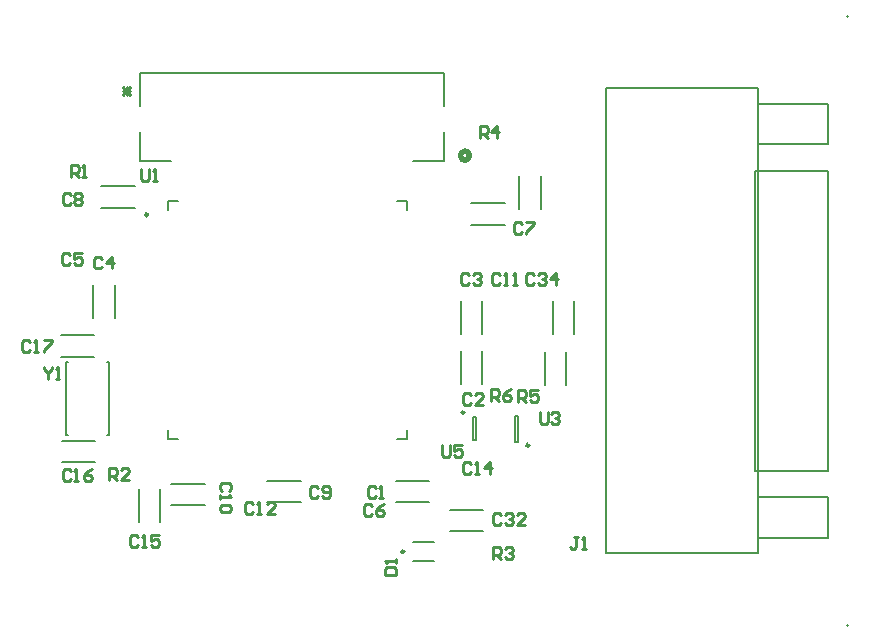
<source format=gbr>
G04*
G04 #@! TF.GenerationSoftware,Altium Limited,Altium Designer,25.1.2 (22)*
G04*
G04 Layer_Color=65535*
%FSLAX25Y25*%
%MOIN*%
G70*
G04*
G04 #@! TF.SameCoordinates,E7EE586C-05D5-46D5-8D4D-84EA4DFC6535*
G04*
G04*
G04 #@! TF.FilePolarity,Positive*
G04*
G01*
G75*
%ADD10C,0.00984*%
%ADD11C,0.02000*%
%ADD12C,0.01000*%
%ADD13C,0.00600*%
%ADD14C,0.00787*%
D10*
X517102Y299500D02*
G03*
X517102Y299500I-492J0D01*
G01*
X558724Y334966D02*
G03*
X558724Y334966I-492J0D01*
G01*
X537153Y345913D02*
G03*
X537153Y345913I-492J0D01*
G01*
X431653Y411820D02*
G03*
X431653Y411820I-492J0D01*
G01*
D11*
X538812Y431500D02*
G03*
X538812Y431500I-1500J0D01*
G01*
D12*
X664495Y478005D02*
X664500Y478000D01*
X664495Y274995D02*
X664500Y275000D01*
X575000Y304468D02*
X573688D01*
X574344D01*
Y301188D01*
X573688Y300532D01*
X573032D01*
X572376Y301188D01*
X576312Y300532D02*
X577624D01*
X576968D01*
Y304468D01*
X576312Y303812D01*
X529720Y334968D02*
Y331688D01*
X530376Y331032D01*
X531688D01*
X532344Y331688D01*
Y334968D01*
X536280D02*
X533656D01*
Y333000D01*
X534968Y333656D01*
X535624D01*
X536280Y333000D01*
Y331688D01*
X535624Y331032D01*
X534312D01*
X533656Y331688D01*
X562220Y346028D02*
Y342748D01*
X562876Y342093D01*
X564188D01*
X564844Y342748D01*
Y346028D01*
X566156Y345372D02*
X566812Y346028D01*
X568124D01*
X568780Y345372D01*
Y344716D01*
X568124Y344060D01*
X567468D01*
X568124D01*
X568780Y343405D01*
Y342748D01*
X568124Y342093D01*
X566812D01*
X566156Y342748D01*
X545940Y349710D02*
Y353646D01*
X547908D01*
X548564Y352990D01*
Y351678D01*
X547908Y351022D01*
X545940D01*
X547252D02*
X548564Y349710D01*
X552500Y353646D02*
X551188Y352990D01*
X549876Y351678D01*
Y350366D01*
X550532Y349710D01*
X551844D01*
X552500Y350366D01*
Y351022D01*
X551844Y351678D01*
X549876D01*
X554976Y349396D02*
Y353331D01*
X556944D01*
X557600Y352676D01*
Y351364D01*
X556944Y350708D01*
X554976D01*
X556288D02*
X557600Y349396D01*
X561536Y353331D02*
X558912D01*
Y351364D01*
X560224Y352020D01*
X560880D01*
X561536Y351364D01*
Y350052D01*
X560880Y349396D01*
X559568D01*
X558912Y350052D01*
X560376Y391812D02*
X559720Y392468D01*
X558408D01*
X557752Y391812D01*
Y389188D01*
X558408Y388532D01*
X559720D01*
X560376Y389188D01*
X561688Y391812D02*
X562344Y392468D01*
X563656D01*
X564312Y391812D01*
Y391156D01*
X563656Y390500D01*
X563000D01*
X563656D01*
X564312Y389844D01*
Y389188D01*
X563656Y388532D01*
X562344D01*
X561688Y389188D01*
X567592Y388532D02*
Y392468D01*
X565624Y390500D01*
X568248D01*
X549376Y311812D02*
X548720Y312468D01*
X547408D01*
X546752Y311812D01*
Y309188D01*
X547408Y308532D01*
X548720D01*
X549376Y309188D01*
X550688Y311812D02*
X551344Y312468D01*
X552656D01*
X553312Y311812D01*
Y311156D01*
X552656Y310500D01*
X552000D01*
X552656D01*
X553312Y309844D01*
Y309188D01*
X552656Y308532D01*
X551344D01*
X550688Y309188D01*
X557248Y308532D02*
X554624D01*
X557248Y311156D01*
Y311812D01*
X556592Y312468D01*
X555280D01*
X554624Y311812D01*
X542220Y437532D02*
Y441468D01*
X544188D01*
X544844Y440812D01*
Y439500D01*
X544188Y438844D01*
X542220D01*
X543532D02*
X544844Y437532D01*
X548124D02*
Y441468D01*
X546156Y439500D01*
X548780D01*
X546720Y297032D02*
Y300968D01*
X548688D01*
X549344Y300312D01*
Y299000D01*
X548688Y298344D01*
X546720D01*
X548032D02*
X549344Y297032D01*
X550656Y300312D02*
X551312Y300968D01*
X552624D01*
X553280Y300312D01*
Y299656D01*
X552624Y299000D01*
X551968D01*
X552624D01*
X553280Y298344D01*
Y297688D01*
X552624Y297032D01*
X551312D01*
X550656Y297688D01*
X510532Y291876D02*
X514468D01*
Y293844D01*
X513812Y294500D01*
X511188D01*
X510532Y293844D01*
Y291876D01*
X514468Y295812D02*
Y297124D01*
Y296468D01*
X510532D01*
X511188Y295812D01*
X418749Y323402D02*
Y327338D01*
X420717D01*
X421373Y326682D01*
Y325370D01*
X420717Y324714D01*
X418749D01*
X420061D02*
X421373Y323402D01*
X425309D02*
X422685D01*
X425309Y326026D01*
Y326682D01*
X424653Y327338D01*
X423341D01*
X422685Y326682D01*
X405876Y424532D02*
Y428468D01*
X407844D01*
X408500Y427812D01*
Y426500D01*
X407844Y425844D01*
X405876D01*
X407188D02*
X408500Y424532D01*
X409812D02*
X411124D01*
X410468D01*
Y428468D01*
X409812Y427812D01*
X392346Y369312D02*
X391690Y369968D01*
X390378D01*
X389722Y369312D01*
Y366688D01*
X390378Y366032D01*
X391690D01*
X392346Y366688D01*
X393658Y366032D02*
X394970D01*
X394314D01*
Y369968D01*
X393658Y369312D01*
X396938Y369968D02*
X399562D01*
Y369312D01*
X396938Y366688D01*
Y366032D01*
X405843Y326253D02*
X405187Y326909D01*
X403875D01*
X403220Y326253D01*
Y323629D01*
X403875Y322973D01*
X405187D01*
X405843Y323629D01*
X407155Y322973D02*
X408467D01*
X407811D01*
Y326909D01*
X407155Y326253D01*
X413059Y326909D02*
X411747Y326253D01*
X410435Y324941D01*
Y323629D01*
X411091Y322973D01*
X412403D01*
X413059Y323629D01*
Y324285D01*
X412403Y324941D01*
X410435D01*
X428204Y304312D02*
X427548Y304968D01*
X426236D01*
X425580Y304312D01*
Y301688D01*
X426236Y301032D01*
X427548D01*
X428204Y301688D01*
X429516Y301032D02*
X430828D01*
X430172D01*
Y304968D01*
X429516Y304312D01*
X435420Y304968D02*
X432796D01*
Y303000D01*
X434108Y303656D01*
X434764D01*
X435420Y303000D01*
Y301688D01*
X434764Y301032D01*
X433452D01*
X432796Y301688D01*
X539204Y328812D02*
X538548Y329468D01*
X537236D01*
X536580Y328812D01*
Y326188D01*
X537236Y325532D01*
X538548D01*
X539204Y326188D01*
X540516Y325532D02*
X541828D01*
X541172D01*
Y329468D01*
X540516Y328812D01*
X545764Y325532D02*
Y329468D01*
X543796Y327500D01*
X546420D01*
X466753Y315430D02*
X466097Y316086D01*
X464785D01*
X464129Y315430D01*
Y312806D01*
X464785Y312150D01*
X466097D01*
X466753Y312806D01*
X468065Y312150D02*
X469377D01*
X468721D01*
Y316086D01*
X468065Y315430D01*
X473969Y312150D02*
X471345D01*
X473969Y314774D01*
Y315430D01*
X473313Y316086D01*
X472001D01*
X471345Y315430D01*
X548860Y391812D02*
X548204Y392468D01*
X546892D01*
X546236Y391812D01*
Y389188D01*
X546892Y388532D01*
X548204D01*
X548860Y389188D01*
X550172Y388532D02*
X551484D01*
X550828D01*
Y392468D01*
X550172Y391812D01*
X553452Y388532D02*
X554764D01*
X554108D01*
Y392468D01*
X553452Y391812D01*
X458812Y319796D02*
X459468Y320452D01*
Y321764D01*
X458812Y322420D01*
X456188D01*
X455532Y321764D01*
Y320452D01*
X456188Y319796D01*
X455532Y318484D02*
Y317172D01*
Y317828D01*
X459468D01*
X458812Y318484D01*
Y315204D02*
X459468Y314548D01*
Y313236D01*
X458812Y312580D01*
X456188D01*
X455532Y313236D01*
Y314548D01*
X456188Y315204D01*
X458812D01*
X488344Y320812D02*
X487688Y321468D01*
X486376D01*
X485720Y320812D01*
Y318188D01*
X486376Y317532D01*
X487688D01*
X488344Y318188D01*
X489656D02*
X490312Y317532D01*
X491624D01*
X492280Y318188D01*
Y320812D01*
X491624Y321468D01*
X490312D01*
X489656Y320812D01*
Y320156D01*
X490312Y319500D01*
X492280D01*
X405844Y418312D02*
X405188Y418968D01*
X403876D01*
X403220Y418312D01*
Y415688D01*
X403876Y415032D01*
X405188D01*
X405844Y415688D01*
X407156Y418312D02*
X407812Y418968D01*
X409124D01*
X409780Y418312D01*
Y417656D01*
X409124Y417000D01*
X409780Y416344D01*
Y415688D01*
X409124Y415032D01*
X407812D01*
X407156Y415688D01*
Y416344D01*
X407812Y417000D01*
X407156Y417656D01*
Y418312D01*
X407812Y417000D02*
X409124D01*
X556344Y408812D02*
X555688Y409468D01*
X554376D01*
X553720Y408812D01*
Y406188D01*
X554376Y405532D01*
X555688D01*
X556344Y406188D01*
X557656Y409468D02*
X560280D01*
Y408812D01*
X557656Y406188D01*
Y405532D01*
X506344Y314812D02*
X505688Y315468D01*
X504376D01*
X503720Y314812D01*
Y312188D01*
X504376Y311532D01*
X505688D01*
X506344Y312188D01*
X510280Y315468D02*
X508968Y314812D01*
X507656Y313500D01*
Y312188D01*
X508312Y311532D01*
X509624D01*
X510280Y312188D01*
Y312844D01*
X509624Y313500D01*
X507656D01*
X405724Y398380D02*
X405068Y399036D01*
X403756D01*
X403100Y398380D01*
Y395756D01*
X403756Y395100D01*
X405068D01*
X405724Y395756D01*
X409660Y399036D02*
X407036D01*
Y397068D01*
X408348Y397724D01*
X409004D01*
X409660Y397068D01*
Y395756D01*
X409004Y395100D01*
X407692D01*
X407036Y395756D01*
X416224Y397180D02*
X415568Y397836D01*
X414256D01*
X413600Y397180D01*
Y394556D01*
X414256Y393900D01*
X415568D01*
X416224Y394556D01*
X419504Y393900D02*
Y397836D01*
X417536Y395868D01*
X420160D01*
X538724Y391680D02*
X538068Y392336D01*
X536756D01*
X536100Y391680D01*
Y389056D01*
X536756Y388400D01*
X538068D01*
X538724Y389056D01*
X540036Y391680D02*
X540692Y392336D01*
X542004D01*
X542660Y391680D01*
Y391024D01*
X542004Y390368D01*
X541348D01*
X542004D01*
X542660Y389712D01*
Y389056D01*
X542004Y388400D01*
X540692D01*
X540036Y389056D01*
X539344Y351812D02*
X538688Y352468D01*
X537376D01*
X536720Y351812D01*
Y349188D01*
X537376Y348532D01*
X538688D01*
X539344Y349188D01*
X543280Y348532D02*
X540656D01*
X543280Y351156D01*
Y351812D01*
X542624Y352468D01*
X541312D01*
X540656Y351812D01*
X507500Y320812D02*
X506844Y321468D01*
X505532D01*
X504876Y320812D01*
Y318188D01*
X505532Y317532D01*
X506844D01*
X507500Y318188D01*
X508812Y317532D02*
X510124D01*
X509468D01*
Y321468D01*
X508812Y320812D01*
X423188Y454312D02*
X425812Y451688D01*
X423188D02*
X425812Y454312D01*
X423188Y453000D02*
X425812D01*
X424500Y451688D02*
Y454312D01*
X396906Y360968D02*
Y360312D01*
X398218Y359000D01*
X399530Y360312D01*
Y360968D01*
X398218Y359000D02*
Y357032D01*
X400842D02*
X402154D01*
X401498D01*
Y360968D01*
X400842Y360312D01*
X429376Y426968D02*
Y423688D01*
X430032Y423032D01*
X431344D01*
X432000Y423688D01*
Y426968D01*
X433312Y423032D02*
X434624D01*
X433968D01*
Y426968D01*
X433312Y426312D01*
D13*
X634000Y426450D02*
X658200D01*
X658200Y326550D02*
X658200Y426450D01*
X634000Y326550D02*
X658200D01*
X634000D02*
Y426450D01*
X584400Y454050D02*
X635000D01*
Y298950D02*
Y454050D01*
X584400Y298950D02*
X635000D01*
X584400D02*
Y454050D01*
X635000Y304110D02*
X658200D01*
Y317709D01*
X635000D02*
X658200D01*
X635000Y435290D02*
X658200D01*
X658200Y448890D01*
X635000D02*
X658200D01*
X428912Y459019D02*
X530312Y459019D01*
X428912Y448160D02*
Y459019D01*
Y429819D02*
X439190D01*
X530312D02*
X530312Y439240D01*
X520035Y429819D02*
X530312D01*
Y448160D02*
Y459019D01*
X428912Y439240D02*
X428912Y429819D01*
D14*
X532306Y306243D02*
X543377D01*
X532306Y313378D02*
X543377D01*
X520154Y296350D02*
X526847D01*
X520154Y302650D02*
X526847D01*
X563933Y354964D02*
Y366036D01*
X571067Y354964D02*
Y366036D01*
X535933Y355464D02*
Y366536D01*
X543067Y355464D02*
Y366536D01*
X553902Y336147D02*
X555083D01*
X553902Y344808D02*
X555083D01*
Y336147D02*
Y344808D01*
X553902D02*
X553902Y336147D01*
X541090Y336563D02*
Y344437D01*
X539910Y336563D02*
Y344437D01*
Y336563D02*
X541090D01*
X539910Y344437D02*
X541090D01*
X539464Y408433D02*
X550536D01*
X539464Y415567D02*
X550536D01*
X416137Y421260D02*
X427209D01*
X416137Y414126D02*
X427209D01*
X428556Y309450D02*
Y320522D01*
X435691Y309450D02*
Y320522D01*
X402947Y336508D02*
X414018D01*
X402947Y329374D02*
X414018D01*
X402602Y371626D02*
X413673D01*
X402602Y364492D02*
X413673D01*
X439464Y322067D02*
X450536D01*
X439464Y314933D02*
X450536D01*
X471464Y315933D02*
X482536D01*
X471464Y323067D02*
X482536D01*
X514286Y315933D02*
X525357D01*
X514286Y323067D02*
X525357D01*
X438445Y416446D02*
X441595D01*
X514823D02*
X517972D01*
Y336918D02*
Y340068D01*
Y413297D02*
Y416446D01*
X438445Y336918D02*
X441595D01*
X514823D02*
X517972D01*
X438445D02*
Y340068D01*
Y413297D02*
Y416446D01*
X573674Y372077D02*
Y383148D01*
X566540Y372077D02*
Y383148D01*
X555433Y413621D02*
Y424693D01*
X562567Y413621D02*
Y424693D01*
X420567Y377464D02*
Y388536D01*
X413433Y377464D02*
Y388536D01*
X543067Y371964D02*
Y383036D01*
X535933Y371964D02*
Y383036D01*
X404247Y338295D02*
Y362705D01*
X418125D02*
X418814D01*
X404247D02*
X404936D01*
X418814Y338295D02*
Y362705D01*
X418125Y338295D02*
X418814D01*
X404247D02*
X404936D01*
M02*

</source>
